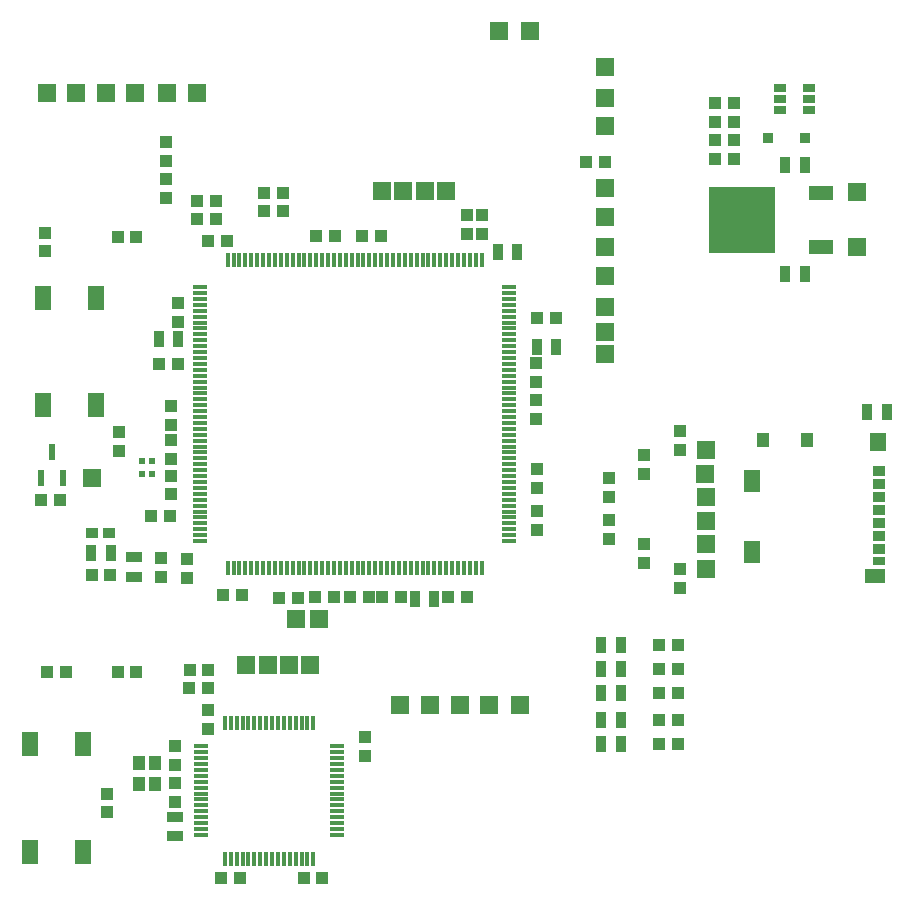
<source format=gtp>
G04*
G04 #@! TF.GenerationSoftware,Altium Limited,Altium Designer,21.9.2 (33)*
G04*
G04 Layer_Color=8421504*
%FSLAX25Y25*%
%MOIN*%
G70*
G04*
G04 #@! TF.SameCoordinates,4D01AB76-DD33-443A-9DFE-E83AFE04FE17*
G04*
G04*
G04 #@! TF.FilePolarity,Positive*
G04*
G01*
G75*
%ADD19R,0.03937X0.03150*%
%ADD20R,0.08465X0.05118*%
%ADD21R,0.22441X0.22441*%
%ADD22R,0.04331X0.02953*%
%ADD23R,0.04331X0.03347*%
%ADD24R,0.03937X0.04724*%
%ADD25R,0.05315X0.07480*%
%ADD26R,0.07087X0.04606*%
%ADD27R,0.05315X0.06102*%
%ADD28R,0.01968X0.02362*%
%ADD29R,0.05512X0.08268*%
%ADD30R,0.03937X0.03819*%
%ADD31R,0.04724X0.01181*%
%ADD32R,0.01181X0.04724*%
%ADD33R,0.01181X0.04724*%
%ADD34R,0.04724X0.01181*%
%ADD35R,0.02200X0.05200*%
%ADD36R,0.02000X0.05200*%
%ADD37R,0.06000X0.06000*%
%ADD38R,0.06000X0.06000*%
%ADD39R,0.03543X0.03740*%
G04:AMPARAMS|DCode=40|XSize=55.12mil|YSize=35.43mil|CornerRadius=2.66mil|HoleSize=0mil|Usage=FLASHONLY|Rotation=270.000|XOffset=0mil|YOffset=0mil|HoleType=Round|Shape=RoundedRectangle|*
%AMROUNDEDRECTD40*
21,1,0.05512,0.03012,0,0,270.0*
21,1,0.04980,0.03543,0,0,270.0*
1,1,0.00532,-0.01506,-0.02490*
1,1,0.00532,-0.01506,0.02490*
1,1,0.00532,0.01506,0.02490*
1,1,0.00532,0.01506,-0.02490*
%
%ADD40ROUNDEDRECTD40*%
G04:AMPARAMS|DCode=41|XSize=43.31mil|YSize=39.37mil|CornerRadius=2.95mil|HoleSize=0mil|Usage=FLASHONLY|Rotation=0.000|XOffset=0mil|YOffset=0mil|HoleType=Round|Shape=RoundedRectangle|*
%AMROUNDEDRECTD41*
21,1,0.04331,0.03347,0,0,0.0*
21,1,0.03740,0.03937,0,0,0.0*
1,1,0.00591,0.01870,-0.01673*
1,1,0.00591,-0.01870,-0.01673*
1,1,0.00591,-0.01870,0.01673*
1,1,0.00591,0.01870,0.01673*
%
%ADD41ROUNDEDRECTD41*%
G04:AMPARAMS|DCode=42|XSize=43.31mil|YSize=39.37mil|CornerRadius=2.95mil|HoleSize=0mil|Usage=FLASHONLY|Rotation=270.000|XOffset=0mil|YOffset=0mil|HoleType=Round|Shape=RoundedRectangle|*
%AMROUNDEDRECTD42*
21,1,0.04331,0.03347,0,0,270.0*
21,1,0.03740,0.03937,0,0,270.0*
1,1,0.00591,-0.01673,-0.01870*
1,1,0.00591,-0.01673,0.01870*
1,1,0.00591,0.01673,0.01870*
1,1,0.00591,0.01673,-0.01870*
%
%ADD42ROUNDEDRECTD42*%
G04:AMPARAMS|DCode=43|XSize=43.31mil|YSize=39.37mil|CornerRadius=3.94mil|HoleSize=0mil|Usage=FLASHONLY|Rotation=180.000|XOffset=0mil|YOffset=0mil|HoleType=Round|Shape=RoundedRectangle|*
%AMROUNDEDRECTD43*
21,1,0.04331,0.03150,0,0,180.0*
21,1,0.03543,0.03937,0,0,180.0*
1,1,0.00787,-0.01772,0.01575*
1,1,0.00787,0.01772,0.01575*
1,1,0.00787,0.01772,-0.01575*
1,1,0.00787,-0.01772,-0.01575*
%
%ADD43ROUNDEDRECTD43*%
G04:AMPARAMS|DCode=44|XSize=43.31mil|YSize=39.37mil|CornerRadius=3.94mil|HoleSize=0mil|Usage=FLASHONLY|Rotation=90.000|XOffset=0mil|YOffset=0mil|HoleType=Round|Shape=RoundedRectangle|*
%AMROUNDEDRECTD44*
21,1,0.04331,0.03150,0,0,90.0*
21,1,0.03543,0.03937,0,0,90.0*
1,1,0.00787,0.01575,0.01772*
1,1,0.00787,0.01575,-0.01772*
1,1,0.00787,-0.01575,-0.01772*
1,1,0.00787,-0.01575,0.01772*
%
%ADD44ROUNDEDRECTD44*%
G04:AMPARAMS|DCode=45|XSize=55.12mil|YSize=35.43mil|CornerRadius=2.66mil|HoleSize=0mil|Usage=FLASHONLY|Rotation=180.000|XOffset=0mil|YOffset=0mil|HoleType=Round|Shape=RoundedRectangle|*
%AMROUNDEDRECTD45*
21,1,0.05512,0.03012,0,0,180.0*
21,1,0.04980,0.03543,0,0,180.0*
1,1,0.00532,-0.02490,0.01506*
1,1,0.00532,0.02490,0.01506*
1,1,0.00532,0.02490,-0.01506*
1,1,0.00532,-0.02490,-0.01506*
%
%ADD45ROUNDEDRECTD45*%
D19*
X259941Y288779D02*
D03*
Y285039D02*
D03*
X269390Y288779D02*
D03*
Y285039D02*
D03*
Y281299D02*
D03*
X259941D02*
D03*
D20*
X273484Y253878D02*
D03*
Y235886D02*
D03*
D21*
X247044Y244882D02*
D03*
D22*
X292963Y130955D02*
D03*
D23*
Y135089D02*
D03*
Y139419D02*
D03*
Y143750D02*
D03*
Y148081D02*
D03*
Y152411D02*
D03*
Y156742D02*
D03*
Y161073D02*
D03*
D24*
X268750Y171447D02*
D03*
X254183D02*
D03*
X46260Y56890D02*
D03*
X51378Y56890D02*
D03*
X46260Y63583D02*
D03*
X51378D02*
D03*
D25*
X250344Y134163D02*
D03*
Y157667D02*
D03*
D26*
X291585Y126191D02*
D03*
D27*
X292471Y170758D02*
D03*
D28*
X47244Y160039D02*
D03*
X50394D02*
D03*
X47244Y164370D02*
D03*
X50394D02*
D03*
D29*
X14173Y183071D02*
D03*
X31890D02*
D03*
X14173Y218898D02*
D03*
X31890D02*
D03*
X9843Y34154D02*
D03*
X27559D02*
D03*
X9843Y69980D02*
D03*
X27559D02*
D03*
D30*
X36220Y140551D02*
D03*
X30433D02*
D03*
D31*
X66622Y222362D02*
D03*
Y220394D02*
D03*
Y218425D02*
D03*
Y216457D02*
D03*
Y214488D02*
D03*
Y212520D02*
D03*
Y210551D02*
D03*
Y208583D02*
D03*
Y206614D02*
D03*
Y204646D02*
D03*
Y202677D02*
D03*
Y200709D02*
D03*
Y198740D02*
D03*
Y196772D02*
D03*
Y194803D02*
D03*
Y192835D02*
D03*
Y190866D02*
D03*
Y188898D02*
D03*
Y186929D02*
D03*
Y184961D02*
D03*
Y182992D02*
D03*
Y181024D02*
D03*
Y179055D02*
D03*
Y177087D02*
D03*
Y175118D02*
D03*
Y173150D02*
D03*
Y171181D02*
D03*
Y169213D02*
D03*
Y167244D02*
D03*
Y165276D02*
D03*
Y163307D02*
D03*
Y161339D02*
D03*
Y159370D02*
D03*
Y157402D02*
D03*
Y155433D02*
D03*
Y153465D02*
D03*
Y151496D02*
D03*
Y149528D02*
D03*
Y147559D02*
D03*
Y145591D02*
D03*
Y143622D02*
D03*
Y141654D02*
D03*
Y139685D02*
D03*
Y137716D02*
D03*
X169378Y137716D02*
D03*
Y139685D02*
D03*
Y141654D02*
D03*
Y143622D02*
D03*
Y145591D02*
D03*
Y147559D02*
D03*
Y149528D02*
D03*
Y151496D02*
D03*
Y153465D02*
D03*
Y155433D02*
D03*
Y157402D02*
D03*
Y159370D02*
D03*
Y161339D02*
D03*
Y163307D02*
D03*
Y165276D02*
D03*
Y167244D02*
D03*
Y169213D02*
D03*
Y171181D02*
D03*
Y173150D02*
D03*
Y175118D02*
D03*
Y177087D02*
D03*
Y179055D02*
D03*
Y181024D02*
D03*
Y182992D02*
D03*
Y184961D02*
D03*
Y186929D02*
D03*
Y188898D02*
D03*
Y190866D02*
D03*
Y192835D02*
D03*
Y194803D02*
D03*
Y196772D02*
D03*
Y198740D02*
D03*
Y200709D02*
D03*
Y202677D02*
D03*
Y204646D02*
D03*
Y206614D02*
D03*
Y208583D02*
D03*
Y210551D02*
D03*
Y212520D02*
D03*
Y214488D02*
D03*
Y216457D02*
D03*
Y218425D02*
D03*
Y220394D02*
D03*
Y222362D02*
D03*
D32*
X75677Y128661D02*
D03*
X77646D02*
D03*
X79614D02*
D03*
X81583D02*
D03*
X83551D02*
D03*
X85520D02*
D03*
X87488D02*
D03*
X89457D02*
D03*
X91425D02*
D03*
X93394D02*
D03*
X95362D02*
D03*
X97331D02*
D03*
X99299D02*
D03*
X101268D02*
D03*
X103236D02*
D03*
X105205D02*
D03*
X107173D02*
D03*
X109142D02*
D03*
X111110D02*
D03*
X113079D02*
D03*
X115047D02*
D03*
X117016D02*
D03*
X118984D02*
D03*
X120953D02*
D03*
X122921D02*
D03*
X124890D02*
D03*
X126858D02*
D03*
X128827D02*
D03*
X130795D02*
D03*
X132764D02*
D03*
X134732D02*
D03*
X136701D02*
D03*
X138669D02*
D03*
X140638D02*
D03*
X142606D02*
D03*
X144575D02*
D03*
X146543D02*
D03*
X148512D02*
D03*
X150480D02*
D03*
X152449D02*
D03*
X154417D02*
D03*
X156386D02*
D03*
X158354D02*
D03*
X160323D02*
D03*
X160323Y231417D02*
D03*
X158354D02*
D03*
X156386D02*
D03*
X154417D02*
D03*
X152449D02*
D03*
X150480D02*
D03*
X148512D02*
D03*
X146543D02*
D03*
X144575D02*
D03*
X142606D02*
D03*
X140638D02*
D03*
X138669D02*
D03*
X136701D02*
D03*
X134732D02*
D03*
X132764D02*
D03*
X130795D02*
D03*
X128827D02*
D03*
X126858D02*
D03*
X124890D02*
D03*
X122921D02*
D03*
X120953D02*
D03*
X118984D02*
D03*
X117016D02*
D03*
X115047D02*
D03*
X113079D02*
D03*
X111110D02*
D03*
X109142D02*
D03*
X107173D02*
D03*
X105205D02*
D03*
X103236D02*
D03*
X101268D02*
D03*
X99299D02*
D03*
X97331D02*
D03*
X95362D02*
D03*
X93394D02*
D03*
X91425D02*
D03*
X89457D02*
D03*
X87488D02*
D03*
X85520D02*
D03*
X83551D02*
D03*
X81583D02*
D03*
X79614D02*
D03*
X77646D02*
D03*
X75677D02*
D03*
D33*
X104264Y77177D02*
D03*
X102295D02*
D03*
X100327D02*
D03*
X98358D02*
D03*
X96390D02*
D03*
X94421D02*
D03*
X92453D02*
D03*
X90484D02*
D03*
X88516D02*
D03*
X86547D02*
D03*
X84579D02*
D03*
X82610D02*
D03*
X80642D02*
D03*
X78673D02*
D03*
X76705D02*
D03*
X74736D02*
D03*
Y31902D02*
D03*
X76705D02*
D03*
X78673D02*
D03*
X80642D02*
D03*
X82610D02*
D03*
X84579D02*
D03*
X86547D02*
D03*
X88516D02*
D03*
X90484D02*
D03*
X92453D02*
D03*
X94421D02*
D03*
X96390D02*
D03*
X98358D02*
D03*
X100327D02*
D03*
X102295D02*
D03*
X104264D02*
D03*
D34*
X66862Y69303D02*
D03*
Y67335D02*
D03*
Y65366D02*
D03*
Y63398D02*
D03*
Y61429D02*
D03*
Y59461D02*
D03*
Y57492D02*
D03*
Y55524D02*
D03*
Y53555D02*
D03*
Y51587D02*
D03*
Y49618D02*
D03*
Y47650D02*
D03*
Y45681D02*
D03*
Y43713D02*
D03*
Y41744D02*
D03*
Y39776D02*
D03*
X112138D02*
D03*
Y41744D02*
D03*
Y43713D02*
D03*
Y45681D02*
D03*
Y47650D02*
D03*
Y49618D02*
D03*
Y51587D02*
D03*
Y53555D02*
D03*
Y55524D02*
D03*
Y57492D02*
D03*
Y59461D02*
D03*
Y61429D02*
D03*
Y63398D02*
D03*
Y65366D02*
D03*
Y67335D02*
D03*
Y69303D02*
D03*
D35*
X13435Y158691D02*
D03*
X20835D02*
D03*
D36*
X17135Y167291D02*
D03*
D37*
X285433Y253937D02*
D03*
Y235827D02*
D03*
X235039Y144488D02*
D03*
Y152362D02*
D03*
Y136614D02*
D03*
Y128347D02*
D03*
Y168110D02*
D03*
X234646Y160236D02*
D03*
X15354Y287008D02*
D03*
X201575Y215748D02*
D03*
Y225984D02*
D03*
Y235827D02*
D03*
Y245669D02*
D03*
Y255512D02*
D03*
X201476Y275984D02*
D03*
X201575Y295669D02*
D03*
X176378Y307874D02*
D03*
X30315Y158691D02*
D03*
X81890Y96457D02*
D03*
X89000Y96539D02*
D03*
X96063Y96457D02*
D03*
X103150D02*
D03*
X132972Y83169D02*
D03*
X153008D02*
D03*
X162808D02*
D03*
X173008D02*
D03*
X201575Y200000D02*
D03*
Y207480D02*
D03*
X141339Y254331D02*
D03*
X134252D02*
D03*
X127165D02*
D03*
X148468Y254402D02*
D03*
X106053Y111762D02*
D03*
D38*
X25197Y287008D02*
D03*
X35039D02*
D03*
X44882D02*
D03*
X55512D02*
D03*
X65354D02*
D03*
X201575Y285433D02*
D03*
X166142Y307874D02*
D03*
X143012Y83169D02*
D03*
X98327Y111713D02*
D03*
D39*
X255709Y272047D02*
D03*
X268110D02*
D03*
D40*
X200252Y86921D02*
D03*
X206748D02*
D03*
X200252Y94921D02*
D03*
X206748D02*
D03*
X200252Y102921D02*
D03*
X206748D02*
D03*
X200252Y77921D02*
D03*
X206748D02*
D03*
X200252Y69921D02*
D03*
X206748D02*
D03*
X268012Y262992D02*
D03*
X261516D02*
D03*
X268012Y226772D02*
D03*
X261516D02*
D03*
X295374Y180905D02*
D03*
X288878D02*
D03*
X178740Y202559D02*
D03*
X185236D02*
D03*
X59252Y205020D02*
D03*
X52756D02*
D03*
X36713Y133858D02*
D03*
X30217D02*
D03*
X165650Y233957D02*
D03*
X172146D02*
D03*
X144587Y118504D02*
D03*
X138091D02*
D03*
D41*
X244488Y264961D02*
D03*
Y271260D02*
D03*
X238189Y264961D02*
D03*
Y271260D02*
D03*
X202756Y138287D02*
D03*
Y144587D02*
D03*
Y158661D02*
D03*
Y152362D02*
D03*
X214567Y130315D02*
D03*
Y136614D02*
D03*
X226378Y122047D02*
D03*
Y128347D02*
D03*
Y174508D02*
D03*
Y168209D02*
D03*
X214567Y166535D02*
D03*
Y160236D02*
D03*
X55118Y251969D02*
D03*
Y258268D02*
D03*
Y270866D02*
D03*
Y264567D02*
D03*
X14961Y234252D02*
D03*
Y240551D02*
D03*
D42*
X195276Y264173D02*
D03*
X201575D02*
D03*
X50000Y146063D02*
D03*
X56299D02*
D03*
X65350Y245161D02*
D03*
X71650D02*
D03*
X87835Y253638D02*
D03*
X94134D02*
D03*
X71650Y251161D02*
D03*
X65350D02*
D03*
X94134Y247638D02*
D03*
X87835D02*
D03*
X62850Y88776D02*
D03*
X69150D02*
D03*
X69291Y94882D02*
D03*
X62992D02*
D03*
X21654Y94095D02*
D03*
X15354D02*
D03*
X38976D02*
D03*
X45276D02*
D03*
X38976Y238976D02*
D03*
X45276D02*
D03*
X92815Y118898D02*
D03*
X99114D02*
D03*
X111221Y119095D02*
D03*
X104921D02*
D03*
D43*
X244488Y283858D02*
D03*
Y277559D02*
D03*
X238189Y283858D02*
D03*
Y277559D02*
D03*
X59153Y216929D02*
D03*
Y210630D02*
D03*
X56693Y182579D02*
D03*
Y176279D02*
D03*
X62106Y131693D02*
D03*
Y125394D02*
D03*
X178740Y155413D02*
D03*
Y161713D02*
D03*
X178445Y178543D02*
D03*
Y184843D02*
D03*
Y197047D02*
D03*
Y190748D02*
D03*
X155610Y240059D02*
D03*
Y246358D02*
D03*
X160630Y240059D02*
D03*
Y246358D02*
D03*
X53500Y125890D02*
D03*
Y132189D02*
D03*
X56791Y153248D02*
D03*
Y159547D02*
D03*
X56693Y164961D02*
D03*
Y171260D02*
D03*
X69291Y81496D02*
D03*
Y75197D02*
D03*
X121358Y66142D02*
D03*
Y72441D02*
D03*
X35630Y47244D02*
D03*
Y53543D02*
D03*
X58268Y57087D02*
D03*
Y50787D02*
D03*
Y69291D02*
D03*
Y62992D02*
D03*
X39370Y167815D02*
D03*
Y174114D02*
D03*
X178740Y147835D02*
D03*
Y141535D02*
D03*
D44*
X225650Y86921D02*
D03*
X219350D02*
D03*
X225650Y94921D02*
D03*
X219350D02*
D03*
X225650Y102921D02*
D03*
X219350D02*
D03*
X225650Y77921D02*
D03*
X219350D02*
D03*
X225650Y69921D02*
D03*
X219350D02*
D03*
X59252Y196850D02*
D03*
X52953D02*
D03*
X74016Y119685D02*
D03*
X80315D02*
D03*
X122638Y119095D02*
D03*
X116339D02*
D03*
X127291Y119083D02*
D03*
X133591D02*
D03*
X155512Y118996D02*
D03*
X149213D02*
D03*
X30315Y126378D02*
D03*
X36614D02*
D03*
X185039Y212205D02*
D03*
X178740D02*
D03*
X126772Y239370D02*
D03*
X120472D02*
D03*
X105118D02*
D03*
X111417D02*
D03*
X69193Y237697D02*
D03*
X75492D02*
D03*
X13484Y151575D02*
D03*
X19783D02*
D03*
X107283Y25492D02*
D03*
X100984D02*
D03*
X79921Y25295D02*
D03*
X73622D02*
D03*
D45*
X44500Y132287D02*
D03*
Y125791D02*
D03*
X58268Y39272D02*
D03*
Y45768D02*
D03*
M02*

</source>
